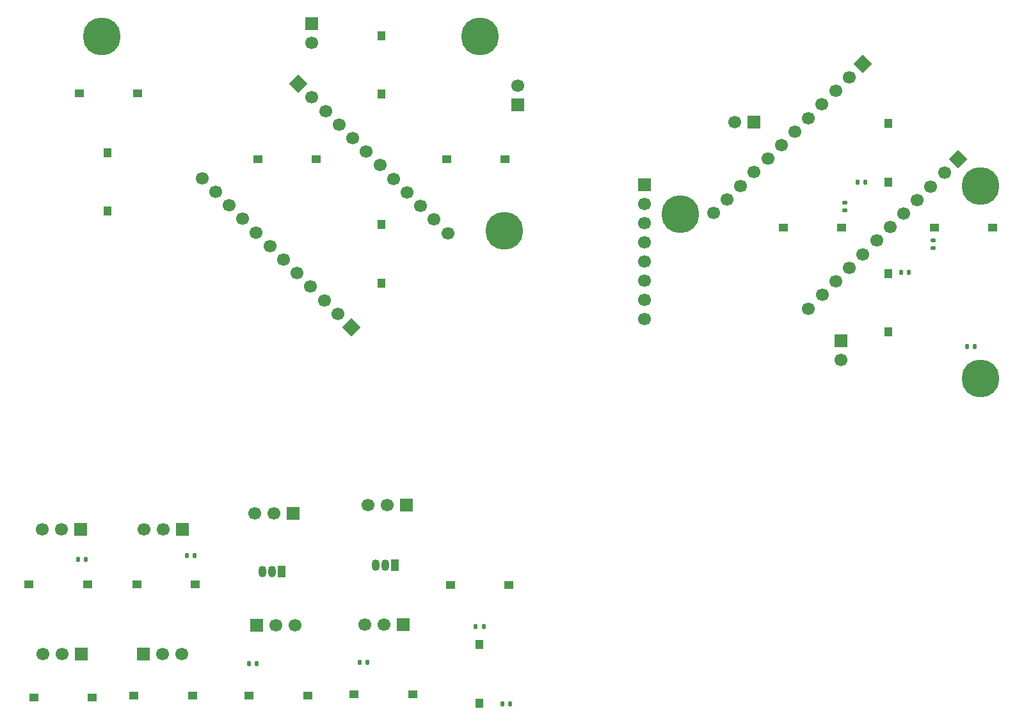
<source format=gbr>
%TF.GenerationSoftware,KiCad,Pcbnew,9.0.4*%
%TF.CreationDate,2026-01-28T15:51:58-05:00*%
%TF.ProjectId,contProto,636f6e74-5072-46f7-946f-2e6b69636164,rev?*%
%TF.SameCoordinates,Original*%
%TF.FileFunction,Soldermask,Top*%
%TF.FilePolarity,Negative*%
%FSLAX46Y46*%
G04 Gerber Fmt 4.6, Leading zero omitted, Abs format (unit mm)*
G04 Created by KiCad (PCBNEW 9.0.4) date 2026-01-28 15:51:58*
%MOMM*%
%LPD*%
G01*
G04 APERTURE LIST*
G04 Aperture macros list*
%AMRoundRect*
0 Rectangle with rounded corners*
0 $1 Rounding radius*
0 $2 $3 $4 $5 $6 $7 $8 $9 X,Y pos of 4 corners*
0 Add a 4 corners polygon primitive as box body*
4,1,4,$2,$3,$4,$5,$6,$7,$8,$9,$2,$3,0*
0 Add four circle primitives for the rounded corners*
1,1,$1+$1,$2,$3*
1,1,$1+$1,$4,$5*
1,1,$1+$1,$6,$7*
1,1,$1+$1,$8,$9*
0 Add four rect primitives between the rounded corners*
20,1,$1+$1,$2,$3,$4,$5,0*
20,1,$1+$1,$4,$5,$6,$7,0*
20,1,$1+$1,$6,$7,$8,$9,0*
20,1,$1+$1,$8,$9,$2,$3,0*%
%AMRotRect*
0 Rectangle, with rotation*
0 The origin of the aperture is its center*
0 $1 length*
0 $2 width*
0 $3 Rotation angle, in degrees counterclockwise*
0 Add horizontal line*
21,1,$1,$2,0,0,$3*%
G04 Aperture macros list end*
%ADD10RoundRect,0.135000X0.135000X0.185000X-0.135000X0.185000X-0.135000X-0.185000X0.135000X-0.185000X0*%
%ADD11C,1.700000*%
%ADD12R,1.700000X1.700000*%
%ADD13RoundRect,0.135000X-0.135000X-0.185000X0.135000X-0.185000X0.135000X0.185000X-0.135000X0.185000X0*%
%ADD14RotRect,1.700000X1.700000X135.000000*%
%ADD15R,1.250000X1.000000*%
%ADD16C,5.000000*%
%ADD17RoundRect,0.135000X0.185000X-0.135000X0.185000X0.135000X-0.185000X0.135000X-0.185000X-0.135000X0*%
%ADD18RoundRect,0.135000X-0.185000X0.135000X-0.185000X-0.135000X0.185000X-0.135000X0.185000X0.135000X0*%
%ADD19R,1.000000X1.250000*%
%ADD20R,1.050000X1.500000*%
%ADD21O,1.050000X1.500000*%
%ADD22RotRect,1.700000X1.700000X225.000000*%
%ADD23RotRect,1.700000X1.700000X45.000000*%
G04 APERTURE END LIST*
D10*
%TO.C,R6*%
X132490000Y-46750000D03*
X133510000Y-46750000D03*
%TD*%
D11*
%TO.C,cap?*%
X116210000Y-38775000D03*
D12*
X118750000Y-38775000D03*
%TD*%
D13*
%TO.C,R21*%
X139260000Y-58750000D03*
X138240000Y-58750000D03*
%TD*%
D11*
%TO.C,Vin*%
X130275000Y-70290000D03*
D12*
X130275000Y-67750000D03*
%TD*%
D13*
%TO.C,R13*%
X148013570Y-68500000D03*
X146993570Y-68500000D03*
%TD*%
D11*
%TO.C,J31*%
X113407898Y-50842102D03*
X115203949Y-49046051D03*
X117000000Y-47250000D03*
X118796051Y-45453949D03*
X120592102Y-43657898D03*
X122388154Y-41861846D03*
X124184205Y-40065795D03*
X125980256Y-38269744D03*
X127776307Y-36473693D03*
X129572359Y-34677641D03*
X131368410Y-32881590D03*
D14*
X133164461Y-31085539D03*
%TD*%
D11*
%TO.C,J30*%
X126000000Y-63500000D03*
X127796051Y-61703949D03*
X129592102Y-59907898D03*
X131388153Y-58111847D03*
X133184204Y-56315796D03*
X134980256Y-54519744D03*
X136776307Y-52723693D03*
X138572358Y-50927642D03*
X140368409Y-49131591D03*
X142164461Y-47335539D03*
X143960512Y-45539488D03*
D14*
X145756563Y-43743437D03*
%TD*%
D15*
%TO.C,R*%
X150375000Y-52750000D03*
X142625000Y-52750000D03*
%TD*%
D16*
%TO.C,REF\u002A\u002A*%
X148763570Y-72750000D03*
%TD*%
%TO.C,REF\u002A\u002A*%
X109000000Y-51000000D03*
%TD*%
D17*
%TO.C,R7*%
X130750000Y-49490000D03*
X130750000Y-50510000D03*
%TD*%
D18*
%TO.C,R16*%
X142500000Y-55510000D03*
X142500000Y-54490000D03*
%TD*%
D16*
%TO.C,REF\u002A\u002A*%
X148750000Y-47250000D03*
%TD*%
D19*
%TO.C,UP*%
X136500000Y-39000000D03*
X136500000Y-46750000D03*
%TD*%
%TO.C,DWN*%
X136500000Y-66625000D03*
X136500000Y-58875000D03*
%TD*%
D15*
%TO.C,L*%
X122625000Y-52750000D03*
X130375000Y-52750000D03*
%TD*%
D11*
%TO.C,MPU*%
X104250000Y-64870000D03*
X104250000Y-62330000D03*
X104250000Y-59790000D03*
X104250000Y-57250000D03*
X104250000Y-54710000D03*
X104250000Y-52170000D03*
X104250000Y-49630000D03*
D12*
X104250000Y-47090000D03*
%TD*%
%TO.C,J32*%
X29665000Y-92750000D03*
D11*
X27125000Y-92750000D03*
X24585000Y-92750000D03*
%TD*%
D13*
%TO.C,R3*%
X51990000Y-110500000D03*
X53010000Y-110500000D03*
%TD*%
D19*
%TO.C,A*%
X69490000Y-52380000D03*
X69490000Y-60130000D03*
%TD*%
D12*
%TO.C,J24*%
X72390000Y-105350000D03*
D11*
X69850000Y-105350000D03*
X67310000Y-105350000D03*
%TD*%
D19*
%TO.C,Y*%
X69490000Y-35125000D03*
X69490000Y-27375000D03*
%TD*%
D20*
%TO.C,U3*%
X71290000Y-97500000D03*
D21*
X70020000Y-97500000D03*
X68750000Y-97500000D03*
%TD*%
D15*
%TO.C,B*%
X78117500Y-43752500D03*
X85867500Y-43752500D03*
%TD*%
D16*
%TO.C,REF\u002A\u002A*%
X32500000Y-27500000D03*
%TD*%
D15*
%TO.C,SW19*%
X23500000Y-115000000D03*
X31250000Y-115000000D03*
%TD*%
D12*
%TO.C,J27*%
X52975000Y-105475000D03*
D11*
X55515000Y-105475000D03*
X58055000Y-105475000D03*
%TD*%
D13*
%TO.C,R10*%
X66590000Y-110350000D03*
X67610000Y-110350000D03*
%TD*%
D19*
%TO.C,SW12*%
X82480000Y-115745000D03*
X82480000Y-107995000D03*
%TD*%
D12*
%TO.C,J26*%
X72775000Y-89525000D03*
D11*
X70235000Y-89525000D03*
X67695000Y-89525000D03*
%TD*%
D15*
%TO.C,SW6*%
X44875000Y-100000000D03*
X37125000Y-100000000D03*
%TD*%
D16*
%TO.C,REF\u002A\u002A*%
X82500000Y-27500000D03*
%TD*%
D20*
%TO.C,U4*%
X56290000Y-98375000D03*
D21*
X55020000Y-98375000D03*
X53750000Y-98375000D03*
%TD*%
D12*
%TO.C,J33*%
X43125000Y-92750000D03*
D11*
X40585000Y-92750000D03*
X38045000Y-92750000D03*
%TD*%
D15*
%TO.C,SW15*%
X65850000Y-114600000D03*
X73600000Y-114600000D03*
%TD*%
D10*
%TO.C,R15*%
X44750000Y-96250000D03*
X43730000Y-96250000D03*
%TD*%
D15*
%TO.C,SW14*%
X78605000Y-100120000D03*
X86355000Y-100120000D03*
%TD*%
D13*
%TO.C,R9*%
X81970000Y-105620000D03*
X82990000Y-105620000D03*
%TD*%
D12*
%TO.C,J23*%
X29790000Y-109250000D03*
D11*
X27250000Y-109250000D03*
X24710000Y-109250000D03*
%TD*%
D12*
%TO.C,J12*%
X37960000Y-109250000D03*
D11*
X40500000Y-109250000D03*
X43040000Y-109250000D03*
%TD*%
D19*
%TO.C,SP1*%
X33250000Y-50625000D03*
X33250000Y-42875000D03*
%TD*%
D10*
%TO.C,R1*%
X30385000Y-96750000D03*
X29365000Y-96750000D03*
%TD*%
D15*
%TO.C,MINUS*%
X29500000Y-35000000D03*
X37250000Y-35000000D03*
%TD*%
%TO.C,SW20*%
X30625000Y-100000000D03*
X22875000Y-100000000D03*
%TD*%
%TO.C,X*%
X60862500Y-43752500D03*
X53112500Y-43752500D03*
%TD*%
%TO.C,SW16*%
X52000000Y-114750000D03*
X59750000Y-114750000D03*
%TD*%
%TO.C,SW13*%
X36750000Y-114750000D03*
X44500000Y-114750000D03*
%TD*%
D16*
%TO.C,REF\u002A\u002A*%
X85750000Y-53250000D03*
%TD*%
D12*
%TO.C,J25*%
X57775000Y-90650000D03*
D11*
X55235000Y-90650000D03*
X52695000Y-90650000D03*
%TD*%
D13*
%TO.C,R22*%
X85480000Y-115870000D03*
X86500000Y-115870000D03*
%TD*%
D12*
%TO.C,JVin*%
X87500000Y-36500000D03*
D11*
X87500000Y-33960000D03*
%TD*%
D12*
%TO.C,CAP?*%
X60275000Y-25750000D03*
D11*
X60275000Y-28290000D03*
%TD*%
D22*
%TO.C,J29*%
X58500000Y-33750000D03*
D11*
X60296051Y-35546051D03*
X62092102Y-37342102D03*
X63888154Y-39138154D03*
X65684206Y-40934204D03*
X67480256Y-42730256D03*
X69276307Y-44526307D03*
X71072360Y-46322359D03*
X72868409Y-48118409D03*
X74664460Y-49914462D03*
X76460513Y-51710512D03*
X78256563Y-53506563D03*
%TD*%
D23*
%TO.C,J28*%
X65500000Y-66000000D03*
D11*
X63703949Y-64203949D03*
X61907898Y-62407898D03*
X60111846Y-60611846D03*
X58315795Y-58815795D03*
X56519744Y-57019744D03*
X54723693Y-55223693D03*
X52927641Y-53427641D03*
X51131590Y-51631590D03*
X49335539Y-49835539D03*
X47539488Y-48039488D03*
X45743437Y-46243437D03*
%TD*%
M02*

</source>
